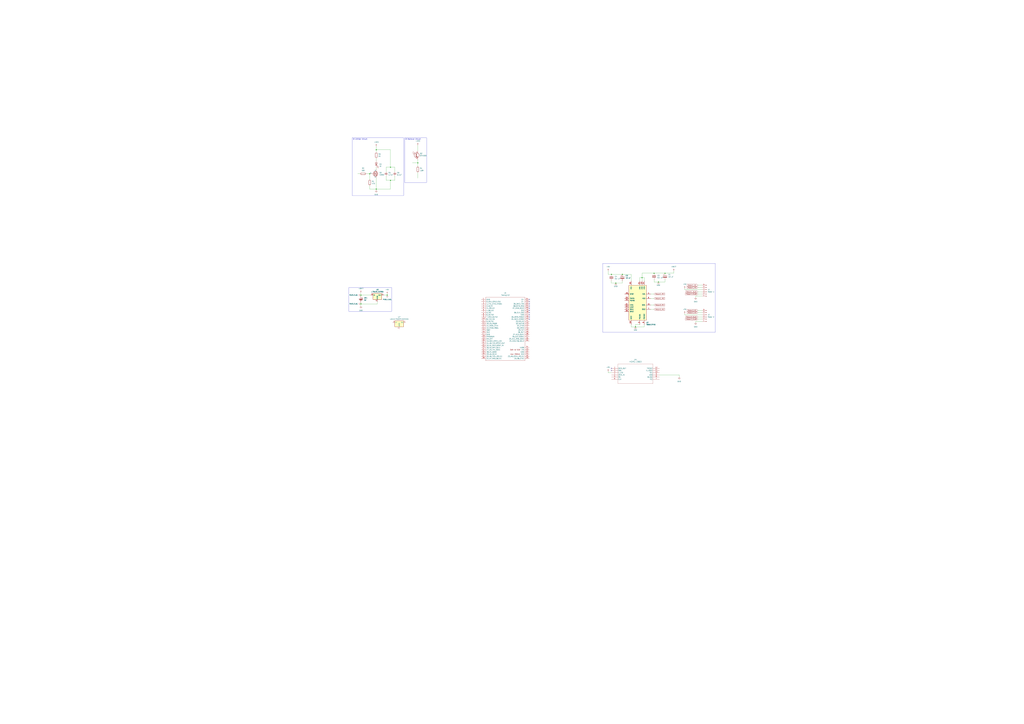
<source format=kicad_sch>
(kicad_sch (version 20250114) (generator "eeschema") (generator_version "9.0")
  (paper "A0")
  (title_block (title "Pitt Robotics and Automation Society") (company "Aragya Goyal"))
  (lib_symbols
    (symbol "Connector:Conn_01x06_Pin" (pin_names (offset 1.016) (hide yes))
      (property "Reference" "J" (at 0 7.62 0))
      (property "Value" "Conn_01x06_Pin" (at 0 -10.16 0))
      (symbol "Conn_01x06_Pin_1_1"
        (rectangle (start 0.8636 5.207) (end 0 4.953) (stroke (width 0.1524)) (fill (type outline)))
        (rectangle (start 0.8636 2.667) (end 0 2.413) (stroke (width 0.1524)) (fill (type outline)))
        (rectangle (start 0.8636 0.127) (end 0 -0.127) (stroke (width 0.1524)) (fill (type outline)))
        (rectangle (start 0.8636 -2.413) (end 0 -2.667) (stroke (width 0.1524)) (fill (type outline)))
        (rectangle (start 0.8636 -4.953) (end 0 -5.207) (stroke (width 0.1524)) (fill (type outline)))
        (rectangle (start 0.8636 -7.493) (end 0 -7.747) (stroke (width 0.1524)) (fill (type outline)))
        (polyline (pts (xy 1.27 5.08) (xy 0.8636 5.08)) (stroke (width 0.1524)))
        (polyline (pts (xy 1.27 2.54) (xy 0.8636 2.54)) (stroke (width 0.1524)))
        (polyline (pts (xy 1.27 0) (xy 0.8636 0)) (stroke (width 0.1524)))
        (polyline (pts (xy 1.27 -2.54) (xy 0.8636 -2.54)) (stroke (width 0.1524)))
        (polyline (pts (xy 1.27 -5.08) (xy 0.8636 -5.08)) (stroke (width 0.1524)))
        (polyline (pts (xy 1.27 -7.62) (xy 0.8636 -7.62)) (stroke (width 0.1524)))
        (pin passive line (at 5.08 5.08 180) (length 3.81) (name "Pin_1") (number "1"))
        (pin passive line (at 5.08 2.54 180) (length 3.81) (name "Pin_2") (number "2"))
        (pin passive line (at 5.08 0 180) (length 3.81) (name "Pin_3") (number "3"))
        (pin passive line (at 5.08 -2.54 180) (length 3.81) (name "Pin_4") (number "4"))
        (pin passive line (at 5.08 -5.08 180) (length 3.81) (name "Pin_5") (number "5"))
        (pin passive line (at 5.08 -7.62 180) (length 3.81) (name "Pin_6") (number "6"))
      )
    )
    (symbol "Device:Battery_Cell" (pin_numbers (hide yes)) (pin_names (offset 0) (hide yes))
      (property "Reference" "BT" (at 2.54 2.54 0))
      (property "Value" "Battery_Cell" (at 2.54 0 0))
      (symbol "Battery_Cell_0_1"
        (rectangle (start -2.286 1.778) (end 2.286 1.524) (fill (type outline)))
        (rectangle (start -1.524 1.016) (end 1.524 0.508) (fill (type outline)))
        (polyline (pts (xy 0 1.778) (xy 0 2.54)))
        (polyline (pts (xy 0 0.762) (xy 0 0)))
        (polyline (pts (xy 0.762 3.048) (xy 1.778 3.048)) (stroke (width 0.254)))
        (polyline (pts (xy 1.27 3.556) (xy 1.27 2.54)) (stroke (width 0.254)))
      )
      (symbol "Battery_Cell_1_1"
        (pin passive line (at 0 5.08 270) (length 2.54) (name "+") (number "1"))
        (pin passive line (at 0 -2.54 90) (length 2.54) (name "-") (number "2"))
      )
    )
    (symbol "Device:C" (pin_numbers (hide yes)) (pin_names (offset 0.254))
      (property "Reference" "C" (at 0.635 2.54 0))
      (property "Value" "C" (at 0.635 -2.54 0))
      (symbol "C_0_1"
        (polyline (pts (xy -2.032 0.762) (xy 2.032 0.762)) (stroke (width 0.508)))
        (polyline (pts (xy -2.032 -0.762) (xy 2.032 -0.762)) (stroke (width 0.508)))
      )
      (symbol "C_1_1"
        (pin passive line (at 0 3.81 270) (length 2.794) (name "~") (number "1"))
        (pin passive line (at 0 -3.81 90) (length 2.794) (name "~") (number "2"))
      )
    )
    (symbol "Device:C_Polarized" (pin_numbers (hide yes)) (pin_names (offset 0.254))
      (property "Reference" "C" (at 0.635 2.54 0))
      (property "Value" "C_Polarized" (at 0.635 -2.54 0))
      (symbol "C_Polarized_0_1"
        (rectangle (start -2.286 0.508) (end 2.286 1.016))
        (polyline (pts (xy -1.778 2.286) (xy -0.762 2.286)))
        (polyline (pts (xy -1.27 2.794) (xy -1.27 1.778)))
        (rectangle (start 2.286 -0.508) (end -2.286 -1.016) (fill (type outline)))
      )
      (symbol "C_Polarized_1_1"
        (pin passive line (at 0 3.81 270) (length 2.794) (name "~") (number "1"))
        (pin passive line (at 0 -3.81 90) (length 2.794) (name "~") (number "2"))
      )
    )
    (symbol "Device:C_Small" (pin_numbers (hide yes)) (pin_names (offset 0.254) (hide yes))
      (property "Reference" "C" (at 0.254 1.778 0))
      (property "Value" "C_Small" (at 0.254 -2.032 0))
      (symbol "C_Small_0_1"
        (polyline (pts (xy -1.524 0.508) (xy 1.524 0.508)) (stroke (width 0.3048)))
        (polyline (pts (xy -1.524 -0.508) (xy 1.524 -0.508)) (stroke (width 0.3302)))
      )
      (symbol "C_Small_1_1"
        (pin passive line (at 0 2.54 270) (length 2.032) (name "~") (number "1"))
        (pin passive line (at 0 -2.54 90) (length 2.032) (name "~") (number "2"))
      )
    )
    (symbol "Device:LED" (pin_numbers (hide yes)) (pin_names (offset 1.016) (hide yes))
      (property "Reference" "D" (at 0 2.54 0))
      (property "Value" "LED" (at 0 -2.54 0))
      (symbol "LED_0_1"
        (polyline (pts (xy -3.048 -0.762) (xy -4.572 -2.286) (xy -3.81 -2.286) (xy -4.572 -2.286) (xy -4.572 -1.524)))
        (polyline (pts (xy -1.778 -0.762) (xy -3.302 -2.286) (xy -2.54 -2.286) (xy -3.302 -2.286) (xy -3.302 -1.524)))
        (polyline (pts (xy -1.27 0) (xy 1.27 0)))
        (polyline (pts (xy -1.27 -1.27) (xy -1.27 1.27)) (stroke (width 0.254)))
        (polyline (pts (xy 1.27 -1.27) (xy 1.27 1.27) (xy -1.27 0) (xy 1.27 -1.27)) (stroke (width 0.254)))
      )
      (symbol "LED_1_1"
        (pin passive line (at -3.81 0 0) (length 2.54) (name "K") (number "1"))
        (pin passive line (at 3.81 0 180) (length 2.54) (name "A") (number "2"))
      )
    )
    (symbol "Device:R" (pin_numbers (hide yes)) (pin_names (offset 0))
      (property "Reference" "R" (at 2.032 0 90))
      (property "Value" "R" (at 0 0 90))
      (symbol "R_0_1"
        (rectangle (start -1.016 -2.54) (end 1.016 2.54) (stroke (width 0.254)))
      )
      (symbol "R_1_1"
        (pin passive line (at 0 3.81 270) (length 1.27) (name "~") (number "1"))
        (pin passive line (at 0 -3.81 90) (length 1.27) (name "~") (number "2"))
      )
    )
    (symbol "Driver_Motor:TB6612FNG" (pin_names (offset 1.016))
      (property "Reference" "U" (at 11.43 17.78 0))
      (property "Value" "TB6612FNG" (at 11.43 15.24 0))
      (symbol "TB6612FNG_0_1"
        (rectangle (start -10.16 20.32) (end 10.16 -20.32) (stroke (width 0.254)) (fill (type background)))
      )
      (symbol "TB6612FNG_1_1"
        (pin input inverted (at -15.24 10.16 0) (length 5.08) (name "STBY") (number "19"))
        (pin input line (at -15.24 5.08 0) (length 5.08) (name "PWMA") (number "23"))
        (pin input line (at -15.24 2.54 0) (length 5.08) (name "PWMB") (number "15"))
        (pin input line (at -15.24 -2.54 0) (length 5.08) (name "AIN1") (number "21"))
        (pin input line (at -15.24 -5.08 0) (length 5.08) (name "AIN2") (number "22"))
        (pin input line (at -15.24 -7.62 0) (length 5.08) (name "BIN1") (number "17"))
        (pin input line (at -15.24 -10.16 0) (length 5.08) (name "BIN2") (number "16"))
        (pin power_in line (at -7.62 25.4 270) (length 5.08) (name "VCC") (number "20"))
        (pin power_in line (at -7.62 -25.4 90) (length 5.08) (name "GND") (number "18"))
        (pin power_in line (at 2.54 25.4 270) (length 5.08) (name "VM1") (number "24"))
        (pin power_in line (at 2.54 -25.4 90) (length 5.08) (name "PGND1") (number "3"))
        (pin passive line (at 2.54 -25.4 90) (length 5.08) (hide yes) (name "PGND1") (number "4"))
        (pin power_in line (at 5.08 25.4 270) (length 5.08) (name "VM2") (number "13"))
        (pin power_in line (at 7.62 25.4 270) (length 5.08) (name "VM3") (number "14"))
        (pin passive line (at 7.62 -25.4 90) (length 5.08) (hide yes) (name "PGND2") (number "10"))
        (pin power_in line (at 7.62 -25.4 90) (length 5.08) (name "PGND2") (number "9"))
        (pin output line (at 15.24 10.16 180) (length 5.08) (name "AO1") (number "1"))
        (pin passive line (at 15.24 10.16 180) (length 5.08) (hide yes) (name "AO1") (number "2"))
        (pin output line (at 15.24 5.08 180) (length 5.08) (name "AO2") (number "5"))
        (pin passive line (at 15.24 5.08 180) (length 5.08) (hide yes) (name "AO2") (number "6"))
        (pin output line (at 15.24 -2.54 180) (length 5.08) (name "BO1") (number "11"))
        (pin passive line (at 15.24 -2.54 180) (length 5.08) (hide yes) (name "BO1") (number "12"))
        (pin output line (at 15.24 -7.62 180) (length 5.08) (name "BO2") (number "7"))
        (pin passive line (at 15.24 -7.62 180) (length 5.08) (hide yes) (name "BO2") (number "8"))
      )
    )
    (symbol "HCMS_2903:HCMS-2903" (pin_names (offset 0.254))
      (property "Reference" "U" (at 27.94 10.16 0))
      (property "Value" "HCMS-2903" (at 27.94 7.62 0))
      (symbol "HCMS-2903_0_1"
        (polyline (pts (xy 7.62 5.08) (xy 7.62 -17.78)) (stroke (width 0.127)))
        (polyline (pts (xy 7.62 -17.78) (xy 48.26 -17.78)) (stroke (width 0.127)))
        (polyline (pts (xy 48.26 5.08) (xy 7.62 5.08)) (stroke (width 0.127)))
        (polyline (pts (xy 48.26 -17.78) (xy 48.26 5.08)) (stroke (width 0.127)))
        (pin output line (at 0 0 0) (length 7.62) (name "DATA_OUT") (number "1"))
        (pin output line (at 0 -2.54 0) (length 7.62) (name "OSC") (number "2"))
        (pin power_in line (at 0 -5.08 0) (length 7.62) (name "V_LED") (number "3"))
        (pin input line (at 0 -7.62 0) (length 7.62) (name "DATA_IN") (number "4"))
        (pin unspecified line (at 0 -10.16 0) (length 7.62) (name "RS") (number "5"))
        (pin input line (at 0 -12.7 0) (length 7.62) (name "CLK") (number "6"))
        (pin unspecified line (at 55.88 0 180) (length 7.62) (name "*RESET") (number "12"))
        (pin power_in line (at 55.88 -2.54 180) (length 7.62) (name "V_LOGIC") (number "11"))
        (pin unspecified line (at 55.88 -5.08 180) (length 7.62) (name "SEL") (number "10"))
        (pin power_out line (at 55.88 -7.62 180) (length 7.62) (name "GND") (number "9"))
        (pin unspecified line (at 55.88 -10.16 180) (length 7.62) (name "BLANK") (number "8"))
        (pin input line (at 55.88 -12.7 180) (length 7.62) (name "*CE") (number "7"))
      )
    )
    (symbol "Regulator_Linear:L78L05_SOT89" (pin_names (offset 0.254))
      (property "Reference" "U" (at -3.81 3.175 0))
      (property "Value" "L78L05_SOT89" (at -0.635 3.175 0))
      (symbol "L78L05_SOT89_0_1"
        (rectangle (start -5.08 1.905) (end 5.08 -5.08) (stroke (width 0.254)) (fill (type background)))
      )
      (symbol "L78L05_SOT89_1_1"
        (pin power_in line (at -7.62 0 0) (length 2.54) (name "IN") (number "3"))
        (pin power_in line (at 0 -7.62 90) (length 2.54) (name "GND") (number "2"))
        (pin power_out line (at 7.62 0 180) (length 2.54) (name "OUT") (number "1"))
      )
    )
    (symbol "Regulator_Linear:LD1117S33TR_SOT223"
      (property "Reference" "U" (at -3.81 3.175 0))
      (property "Value" "LD1117S33TR_SOT223" (at 0 3.175 0))
      (symbol "LD1117S33TR_SOT223_0_1"
        (rectangle (start -5.08 -5.08) (end 5.08 1.905) (stroke (width 0.254)) (fill (type background)))
      )
      (symbol "LD1117S33TR_SOT223_1_1"
        (pin power_in line (at -7.62 0 0) (length 2.54) (name "VI") (number "3"))
        (pin power_in line (at 0 -7.62 90) (length 2.54) (name "GND") (number "1"))
        (pin power_out line (at 7.62 0 180) (length 2.54) (name "VO") (number "2"))
      )
    )
    (symbol "Sensor_Optical:SFH300" (pin_names (offset 0) (hide yes))
      (property "Reference" "Q" (at 5.08 1.27 0))
      (property "Value" "SFH300" (at 5.08 -1.27 0))
      (symbol "SFH300_0_1"
        (polyline (pts (xy -3.81 3.175) (xy -1.905 1.27) (xy -1.905 1.905)))
        (polyline (pts (xy -3.175 4.445) (xy -1.27 2.54) (xy -1.27 3.175)))
        (polyline (pts (xy -1.905 1.27) (xy -2.54 1.27)))
        (polyline (pts (xy -1.27 2.54) (xy -1.905 2.54)))
        (polyline (pts (xy 0.635 1.905) (xy 0.635 -1.905) (xy 0.635 -1.905)) (stroke (width 0.508)))
        (polyline (pts (xy 0.635 0.635) (xy 2.54 2.54)))
        (polyline (pts (xy 0.635 -0.635) (xy 2.54 -2.54) (xy 2.54 -2.54)))
        (circle (center 1.27 0) (radius 2.8194) (stroke (width 0.254)))
        (polyline (pts (xy 1.27 -1.778) (xy 1.778 -1.27) (xy 2.286 -2.286) (xy 1.27 -1.778) (xy 1.27 -1.778)) (fill (type outline)))
      )
      (symbol "SFH300_1_1"
        (pin passive line (at 2.54 5.08 270) (length 2.54) (name "C") (number "1"))
        (pin passive line (at 2.54 -5.08 90) (length 2.54) (name "E") (number "2"))
      )
    )
    (symbol "Simulation_SPICE:NMOS" (pin_numbers (hide yes)) (pin_names (offset 0))
      (property "Reference" "Q" (at 5.08 1.27 0))
      (property "Value" "NMOS" (at 5.08 -1.27 0))
      (symbol "NMOS_0_1"
        (polyline (pts (xy 0.254 1.905) (xy 0.254 -1.905)) (stroke (width 0.254)))
        (polyline (pts (xy 0.254 0) (xy -2.54 0)))
        (polyline (pts (xy 0.762 2.286) (xy 0.762 1.27)) (stroke (width 0.254)))
        (polyline (pts (xy 0.762 0.508) (xy 0.762 -0.508)) (stroke (width 0.254)))
        (polyline (pts (xy 0.762 -1.27) (xy 0.762 -2.286)) (stroke (width 0.254)))
        (polyline (pts (xy 0.762 -1.778) (xy 3.302 -1.778) (xy 3.302 1.778) (xy 0.762 1.778)))
        (polyline (pts (xy 1.016 0) (xy 2.032 0.381) (xy 2.032 -0.381) (xy 1.016 0)) (fill (type outline)))
        (circle (center 1.651 0) (radius 2.794) (stroke (width 0.254)))
        (polyline (pts (xy 2.54 2.54) (xy 2.54 1.778)))
        (circle (center 2.54 1.778) (radius 0.254) (fill (type outline)))
        (circle (center 2.54 -1.778) (radius 0.254) (fill (type outline)))
        (polyline (pts (xy 2.54 -2.54) (xy 2.54 0) (xy 0.762 0)))
        (polyline (pts (xy 2.794 0.508) (xy 2.921 0.381) (xy 3.683 0.381) (xy 3.81 0.254)))
        (polyline (pts (xy 3.302 0.381) (xy 2.921 -0.254) (xy 3.683 -0.254) (xy 3.302 0.381)))
      )
      (symbol "NMOS_1_1"
        (pin input line (at -5.08 0 0) (length 2.54) (name "G") (number "2"))
        (pin passive line (at 2.54 5.08 270) (length 2.54) (name "D") (number "1"))
        (pin passive line (at 2.54 -5.08 90) (length 2.54) (name "S") (number "3"))
      )
    )
    (symbol "Teensy:Teensy4.0" (pin_names (offset 1.016))
      (property "Reference" "U" (at 0 39.37 0))
      (property "Value" "Teensy4.0" (at 0 -39.37 0))
      (symbol "Teensy4.0_0_0"
        (text "3.6V to 5.5V" (at 11.43 -24.13 0) (effects (font (size 1.27 1.27))))
        (text "max 250mA" (at 11.43 -29.21 0) (effects (font (size 1.27 1.27))))
        (pin bidirectional line (at -27.94 24.13 0) (length 5.08) (name "3_LRCLK2") (number "5"))
        (pin bidirectional line (at -27.94 21.59 0) (length 5.08) (name "4_BCLK2") (number "6"))
        (pin bidirectional line (at -27.94 19.05 0) (length 5.08) (name "5_IN2") (number "7"))
        (pin bidirectional line (at -27.94 16.51 0) (length 5.08) (name "6_OUT1D") (number "8"))
        (pin bidirectional line (at -27.94 13.97 0) (length 5.08) (name "7_RX2_OUT1A") (number "9"))
        (pin bidirectional line (at -27.94 11.43 0) (length 5.08) (name "8_TX2_IN1") (number "10"))
        (pin bidirectional line (at -27.94 8.89 0) (length 5.08) (name "9_OUT1C") (number "11"))
        (pin bidirectional line (at -27.94 6.35 0) (length 5.08) (name "10_CS_MQSR") (number "12"))
        (pin bidirectional line (at -27.94 3.81 0) (length 5.08) (name "11_MOSI_CTX1") (number "13"))
        (pin bidirectional line (at -27.94 1.27 0) (length 5.08) (name "12_MISO_MQSL") (number "14"))
        (pin power_in line (at -27.94 -1.27 0) (length 5.08) (name "VBAT") (number "15"))
        (pin power_in line (at -27.94 -3.81 0) (length 5.08) (name "3V3") (number "16"))
        (pin power_in line (at -27.94 -6.35 0) (length 5.08) (name "GND") (number "17"))
        (pin input line (at -27.94 -8.89 0) (length 5.08) (name "PROGRAM") (number "18"))
        (pin input line (at -27.94 -11.43 0) (length 5.08) (name "ON_OFF") (number "19"))
        (pin bidirectional line (at -27.94 -13.97 0) (length 5.08) (name "13_SCK_CRX1_LED") (number "20"))
        (pin bidirectional line (at -27.94 -16.51 0) (length 5.08) (name "14_A0_TX3_SPDIF_OUT") (number "21"))
        (pin bidirectional line (at -27.94 -19.05 0) (length 5.08) (name "15_A1_RX3_SPDIF_IN") (number "22"))
        (pin bidirectional line (at -27.94 -21.59 0) (length 5.08) (name "16_A2_RX4_SCL1") (number "23"))
        (pin bidirectional line (at -27.94 -24.13 0) (length 5.08) (name "17_A3_TX4_SDA1") (number "24"))
        (pin bidirectional line (at -27.94 -26.67 0) (length 5.08) (name "18_A4_SDA0") (number "25"))
        (pin bidirectional line (at -27.94 -29.21 0) (length 5.08) (name "19_A5_SCL0") (number "26"))
        (pin bidirectional line (at -27.94 -31.75 0) (length 5.08) (name "20_A6_TX5_LRCLK1") (number "27"))
        (pin bidirectional line (at -27.94 -34.29 0) (length 5.08) (name "21_A7_RX5_BCLK1") (number "28"))
        (pin bidirectional line (at 27.94 34.29 180) (length 5.08) (name "D+") (number "54"))
        (pin bidirectional line (at 27.94 31.75 180) (length 5.08) (name "D-") (number "53"))
        (pin bidirectional line (at 27.94 29.21 180) (length 5.08) (name "39_DAT2_TX5") (number "52"))
        (pin bidirectional line (at 27.94 26.67 180) (length 5.08) (name "38_DAT3_RX5") (number "51"))
        (pin bidirectional line (at 27.94 24.13 180) (length 5.08) (name "37_CMD_SCK2") (number "50"))
        (pin power_out line (at 27.94 21.59 180) (length 5.08) (name "3V3") (number "49"))
        (pin bidirectional line (at 27.94 19.05 180) (length 5.08) (name "36_CLK_CS2") (number "48"))
        (pin power_out line (at 27.94 16.51 180) (length 5.08) (name "GND") (number "47"))
        (pin bidirectional line (at 27.94 13.97 180) (length 5.08) (name "35_DAT0_MOSI2") (number "46"))
        (pin bidirectional line (at 27.94 11.43 180) (length 5.08) (name "34_DAT1_MISO2") (number "45"))
        (pin bidirectional line (at 27.94 8.89 180) (length 5.08) (name "33_MCLK2") (number "44"))
        (pin bidirectional line (at 27.94 6.35 180) (length 5.08) (name "32_OUT1B") (number "43"))
        (pin bidirectional line (at 27.94 3.81 180) (length 5.08) (name "31_CTX3") (number "42"))
        (pin bidirectional line (at 27.94 1.27 180) (length 5.08) (name "30_CRX3") (number "41"))
        (pin bidirectional line (at 27.94 -1.27 180) (length 5.08) (name "29_TX7") (number "40"))
        (pin bidirectional line (at 27.94 -3.81 180) (length 5.08) (name "28_RX7") (number "39"))
        (pin bidirectional line (at 27.94 -6.35 180) (length 5.08) (name "27_A13_SCK1") (number "38"))
        (pin bidirectional line (at 27.94 -8.89 180) (length 5.08) (name "26_A12_MOSI1") (number "37"))
        (pin bidirectional line (at 27.94 -11.43 180) (length 5.08) (name "25_A11_RX6_SDA2") (number "36"))
        (pin bidirectional line (at 27.94 -13.97 180) (length 5.08) (name "24_A10_TX6_SCL2") (number "35"))
        (pin power_out line (at 27.94 -21.59 180) (length 5.08) (name "VUSB") (number "34"))
        (pin power_in line (at 27.94 -24.13 180) (length 5.08) (name "VIN") (number "33"))
        (pin power_in line (at 27.94 -26.67 180) (length 5.08) (name "GND") (number "32"))
        (pin power_out line (at 27.94 -29.21 180) (length 5.08) (name "3V3") (number "31"))
        (pin bidirectional line (at 27.94 -31.75 180) (length 5.08) (name "23_A9_CRX1_MCLK1") (number "30"))
        (pin bidirectional line (at 27.94 -34.29 180) (length 5.08) (name "22_A8_CTX1") (number "29"))
      )
      (symbol "Teensy4.0_0_1"
        (rectangle (start -22.86 36.83) (end 22.86 -36.83))
        (rectangle (start -20.32 -31.75) (end -20.32 -31.75))
      )
      (symbol "Teensy4.0_1_1"
        (pin power_in line (at -27.94 34.29 0) (length 5.08) (name "GND") (number "1"))
        (pin bidirectional line (at -27.94 31.75 0) (length 5.08) (name "0_RX1_CRX2_CS1") (number "2"))
        (pin bidirectional line (at -27.94 29.21 0) (length 5.08) (name "1_TX1_CTX2_MISO1") (number "3"))
        (pin bidirectional line (at -27.94 26.67 0) (length 5.08) (name "2_OUT2") (number "4"))
      )
    )
    (symbol "power:+3V3" (power) (pin_numbers (hide yes)) (pin_names (offset 0) (hide yes))
      (property "Value" "+3V3" (at 0 3.556 0))
      (symbol "+3V3_0_1"
        (polyline (pts (xy -0.762 1.27) (xy 0 2.54)))
        (polyline (pts (xy 0 2.54) (xy 0.762 1.27)))
        (polyline (pts (xy 0 0) (xy 0 2.54)))
      )
      (symbol "+3V3_1_1"
        (pin power_in line (at 0 0 90) (length 0) (name "~") (number "1"))
      )
    )
    (symbol "power:+5V" (power) (pin_numbers (hide yes)) (pin_names (offset 0) (hide yes))
      (property "Value" "+5V" (at 0 3.556 0))
      (symbol "+5V_0_1"
        (polyline (pts (xy -0.762 1.27) (xy 0 2.54)))
        (polyline (pts (xy 0 2.54) (xy 0.762 1.27)))
        (polyline (pts (xy 0 0) (xy 0 2.54)))
      )
      (symbol "+5V_1_1"
        (pin power_in line (at 0 0 90) (length 0) (name "~") (number "1"))
      )
    )
    (symbol "power:+BATT" (power) (pin_numbers (hide yes)) (pin_names (offset 0) (hide yes))
      (property "Value" "+BATT" (at 0 3.556 0))
      (symbol "+BATT_0_1"
        (polyline (pts (xy -0.762 1.27) (xy 0 2.54)))
        (polyline (pts (xy 0 2.54) (xy 0.762 1.27)))
        (polyline (pts (xy 0 0) (xy 0 2.54)))
      )
      (symbol "+BATT_1_1"
        (pin power_in line (at 0 0 90) (length 0) (name "~") (number "1"))
      )
    )
    (symbol "power:GND" (power) (pin_numbers (hide yes)) (pin_names (offset 0) (hide yes))
      (property "Value" "GND" (at 0 -3.81 0))
      (symbol "GND_0_1"
        (polyline (pts (xy 0 0) (xy 0 -1.27) (xy 1.27 -1.27) (xy 0 -2.54) (xy -1.27 -1.27) (xy 0 -1.27)))
      )
      (symbol "GND_1_1"
        (pin power_in line (at 0 0 270) (length 0) (name "~") (number "1"))
      )
    )
    (symbol "power:PWR_FLAG" (power) (pin_numbers (hide yes)) (pin_names (offset 0) (hide yes))
      (property "Value" "PWR_FLAG" (at 0 3.81 0))
      (symbol "PWR_FLAG_0_0"
        (pin power_out line (at 0 0 90) (length 0) (name "~") (number "1"))
      )
      (symbol "PWR_FLAG_0_1"
        (polyline (pts (xy 0 0) (xy 0 1.27) (xy -1.016 1.905) (xy 0 2.54) (xy 1.016 1.905) (xy 0 1.27)))
      )
    )
  )
  (rectangle (start 408.94 160.02) (end 468.63 227.33))
  (rectangle (start 699.77 306.07) (end 830.58 386.08))
  (rectangle (start 405.13 334.01) (end 454.66 361.95))
  (rectangle (start 469.9 160.02) (end 495.3 212.09))
  (text "IR Emitter Circuit" (at 418.084 161.798 0) (effects (font (size 1.27 1.27))))
  (text "IR Reciever Circuit" (at 479.552 161.798 0) (effects (font (size 1.27 1.27))))
  (junction (at 485.14 189.23))
  (junction (at 709.93 318.77))
  (junction (at 759.46 317.5))
  (junction (at 722.63 318.77))
  (junction (at 453.39 209.55))
  (junction (at 715.01 328.93))
  (junction (at 436.88 173.99))
  (junction (at 745.49 322.58))
  (junction (at 419.1 342.9))
  (junction (at 737.87 379.73))
  (junction (at 764.54 327.66))
  (junction (at 453.39 194.31))
  (junction (at 449.58 342.9))
  (junction (at 436.88 219.71))
  (junction (at 772.16 317.5))
  (junction (at 429.26 201.93))
  (junction (at 419.1 353.06))
  (no_connect (at 614.68 355.6))
  (no_connect (at 709.93 427.99))
  (no_connect (at 614.68 358.14))
  (no_connect (at 614.68 353.06))
  (no_connect (at 614.68 370.84))
  (no_connect (at 614.68 363.22))
  (no_connect (at 614.68 360.68))
  (no_connect (at 709.93 430.53))
  (no_connect (at 614.68 350.52))
  (no_connect (at 614.68 347.98))
  (no_connect (at 614.68 365.76))
  (no_connect (at 614.68 368.3))
  (wire (pts (xy 722.63 318.77) (xy 732.79 318.77)))
  (wire (pts (xy 438.15 350.52) (xy 438.15 353.06)))
  (wire (pts (xy 755.65 341.63) (xy 759.46 341.63)))
  (wire (pts (xy 810.26 334.01) (xy 815.34 334.01)))
  (wire (pts (xy 810.26 363.22) (xy 815.34 363.22)))
  (wire (pts (xy 436.88 184.15) (xy 436.88 186.69)))
  (wire (pts (xy 782.32 314.96) (xy 782.32 317.5)))
  (wire (pts (xy 419.1 353.06) (xy 419.1 355.6)))
  (wire (pts (xy 795.02 336.55) (xy 795.02 335.28)))
  (wire (pts (xy 453.39 219.71) (xy 436.88 219.71)))
  (wire (pts (xy 436.88 207.01) (xy 436.88 219.71)))
  (wire (pts (xy 810.26 341.63) (xy 815.34 341.63)))
  (wire (pts (xy 709.93 328.93) (xy 715.01 328.93)))
  (wire (pts (xy 742.95 377.19) (xy 737.87 377.19)))
  (wire (pts (xy 415.29 201.93) (xy 417.83 201.93)))
  (wire (pts (xy 453.39 194.31) (xy 453.39 173.99)))
  (wire (pts (xy 795.02 365.76) (xy 815.34 365.76)))
  (wire (pts (xy 436.88 219.71) (xy 436.88 220.98)))
  (wire (pts (xy 458.47 204.47) (xy 458.47 209.55)))
  (wire (pts (xy 765.81 435.61) (xy 788.67 435.61)))
  (wire (pts (xy 419.1 351.79) (xy 419.1 353.06)))
  (wire (pts (xy 429.26 201.93) (xy 429.26 208.28)))
  (wire (pts (xy 445.77 342.9) (xy 449.58 342.9)))
  (wire (pts (xy 755.65 346.71) (xy 759.46 346.71)))
  (wire (pts (xy 706.12 318.77) (xy 709.93 318.77)))
  (wire (pts (xy 419.1 342.9) (xy 430.53 342.9)))
  (wire (pts (xy 453.39 194.31) (xy 458.47 194.31)))
  (wire (pts (xy 448.31 209.55) (xy 453.39 209.55)))
  (wire (pts (xy 448.31 199.39) (xy 448.31 194.31)))
  (wire (pts (xy 709.93 326.39) (xy 709.93 328.93)))
  (wire (pts (xy 732.79 326.39) (xy 732.79 318.77)))
  (wire (pts (xy 706.12 433.07) (xy 706.12 431.8)))
  (wire (pts (xy 795.02 336.55) (xy 815.34 336.55)))
  (wire (pts (xy 748.03 379.73) (xy 737.87 379.73)))
  (wire (pts (xy 436.88 170.18) (xy 436.88 173.99)))
  (wire (pts (xy 810.26 339.09) (xy 815.34 339.09)))
  (wire (pts (xy 453.39 209.55) (xy 453.39 219.71)))
  (wire (pts (xy 429.26 215.9) (xy 429.26 219.71)))
  (wire (pts (xy 485.14 168.91) (xy 485.14 175.26)))
  (wire (pts (xy 745.49 322.58) (xy 745.49 326.39)))
  (wire (pts (xy 448.31 204.47) (xy 448.31 209.55)))
  (wire (pts (xy 485.14 185.42) (xy 485.14 189.23)))
  (wire (pts (xy 748.03 377.19) (xy 748.03 379.73)))
  (wire (pts (xy 732.79 379.73) (xy 737.87 379.73)))
  (wire (pts (xy 742.95 322.58) (xy 745.49 322.58)))
  (wire (pts (xy 436.88 173.99) (xy 436.88 176.53)))
  (wire (pts (xy 429.26 219.71) (xy 436.88 219.71)))
  (wire (pts (xy 453.39 173.99) (xy 436.88 173.99)))
  (wire (pts (xy 810.26 360.68) (xy 815.34 360.68)))
  (wire (pts (xy 742.95 326.39) (xy 742.95 322.58)))
  (wire (pts (xy 772.16 325.12) (xy 772.16 327.66)))
  (wire (pts (xy 755.65 359.41) (xy 759.46 359.41)))
  (wire (pts (xy 755.65 354.33) (xy 759.46 354.33)))
  (wire (pts (xy 425.45 201.93) (xy 429.26 201.93)))
  (wire (pts (xy 807.72 373.38) (xy 807.72 374.65)))
  (wire (pts (xy 438.15 353.06) (xy 419.1 353.06)))
  (wire (pts (xy 715.01 328.93) (xy 722.63 328.93)))
  (wire (pts (xy 748.03 322.58) (xy 748.03 326.39)))
  (wire (pts (xy 485.14 200.66) (xy 485.14 207.01)))
  (wire (pts (xy 788.67 435.61) (xy 788.67 438.15)))
  (wire (pts (xy 419.1 342.9) (xy 419.1 344.17)))
  (wire (pts (xy 795.02 365.76) (xy 795.02 364.49)))
  (wire (pts (xy 478.79 189.23) (xy 485.14 189.23)))
  (wire (pts (xy 782.32 317.5) (xy 772.16 317.5)))
  (wire (pts (xy 745.49 322.58) (xy 748.03 322.58)))
  (wire (pts (xy 419.1 340.36) (xy 419.1 342.9)))
  (wire (pts (xy 485.14 189.23) (xy 485.14 193.04)))
  (wire (pts (xy 745.49 317.5) (xy 759.46 317.5)))
  (wire (pts (xy 807.72 344.17) (xy 815.34 344.17)))
  (wire (pts (xy 449.58 342.9) (xy 449.58 341.63)))
  (wire (pts (xy 737.87 377.19) (xy 737.87 379.73)))
  (wire (pts (xy 709.93 433.07) (xy 706.12 433.07)))
  (wire (pts (xy 810.26 368.3) (xy 815.34 368.3)))
  (wire (pts (xy 807.72 344.17) (xy 807.72 345.44)))
  (wire (pts (xy 745.49 322.58) (xy 745.49 317.5)))
  (wire (pts (xy 759.46 325.12) (xy 759.46 327.66)))
  (wire (pts (xy 458.47 194.31) (xy 458.47 199.39)))
  (wire (pts (xy 722.63 326.39) (xy 722.63 328.93)))
  (wire (pts (xy 706.12 314.96) (xy 706.12 318.77)))
  (wire (pts (xy 453.39 209.55) (xy 458.47 209.55)))
  (wire (pts (xy 448.31 194.31) (xy 453.39 194.31)))
  (wire (pts (xy 759.46 327.66) (xy 764.54 327.66)))
  (wire (pts (xy 759.46 317.5) (xy 772.16 317.5)))
  (wire (pts (xy 810.26 331.47) (xy 815.34 331.47)))
  (wire (pts (xy 732.79 377.19) (xy 732.79 379.73)))
  (wire (pts (xy 436.88 194.31) (xy 436.88 196.85)))
  (wire (pts (xy 810.26 370.84) (xy 815.34 370.84)))
  (wire (pts (xy 807.72 373.38) (xy 815.34 373.38)))
  (wire (pts (xy 764.54 327.66) (xy 772.16 327.66)))
  (wire (pts (xy 709.93 318.77) (xy 722.63 318.77)))
  (global_label "Motor1_OutB" (shape input) (at 810.26 341.63 180) (property "Intersheetrefs" "${INTERSHEET_REFS}" (effects (hide yes))))
  (global_label "Motor2_OutB" (shape input) (at 810.26 370.84 180) (property "Intersheetrefs" "${INTERSHEET_REFS}" (effects (hide yes))))
  (global_label "Motor1_M2" (shape input) (at 759.46 346.71 0) (property "Intersheetrefs" "${INTERSHEET_REFS}" (effects (hide yes))))
  (global_label "Motor1_M1" (shape input) (at 810.26 331.47 180) (property "Intersheetrefs" "${INTERSHEET_REFS}" (effects (hide yes))))
  (global_label "Motor2_OutA" (shape input) (at 810.26 368.3 180) (property "Intersheetrefs" "${INTERSHEET_REFS}" (effects (hide yes))))
  (global_label "Motor2_M2" (shape input) (at 810.26 363.22 180) (property "Intersheetrefs" "${INTERSHEET_REFS}" (effects (hide yes))))
  (global_label "Motor2_M1" (shape input) (at 759.46 354.33 0) (property "Intersheetrefs" "${INTERSHEET_REFS}" (effects (hide yes))))
  (global_label "Motor1_OutA" (shape input) (at 810.26 339.09 180) (property "Intersheetrefs" "${INTERSHEET_REFS}" (effects (hide yes))))
  (global_label "Motor1_M2" (shape input) (at 810.26 334.01 180) (property "Intersheetrefs" "${INTERSHEET_REFS}" (effects (hide yes))))
  (global_label "Motor1_M1" (shape input) (at 759.46 341.63 0) (property "Intersheetrefs" "${INTERSHEET_REFS}" (effects (hide yes))))
  (global_label "Motor2_M1" (shape input) (at 810.26 360.68 180) (property "Intersheetrefs" "${INTERSHEET_REFS}" (effects (hide yes))))
  (global_label "Motor2_M2" (shape input) (at 759.46 359.41 0) (property "Intersheetrefs" "${INTERSHEET_REFS}" (effects (hide yes))))
  (symbol (lib_id "Device:C_Small") (at 448.31 201.93 0) (unit 1)
    (property "Reference" "C5" (at 450.85 200.6662 0) (effects (justify left)))
    (property "Value" "4.7uF" (at 450.85 203.2062 0) (effects (justify left)))
    (property "Description" "Unpolarized capacitor, small symbol" (effects (hide yes)))
  )
  (symbol (lib_id "power:+5V") (at 706.12 431.8 0) (unit 1)
    (property "Reference" "#PWR017" (effects (hide yes)))
    (property "Value" "+5V" (at 706.12 426.72 0))
    (property "Description" "Power symbol creates a global label with name \"+5V\"" (effects (hide yes)))
  )
  (symbol (lib_id "power:+5V") (at 706.12 314.96 0) (unit 1)
    (property "Reference" "#PWR08" (effects (hide yes)))
    (property "Value" "+5V" (at 706.12 309.88 0))
    (property "Description" "Power symbol creates a global label with name \"+5V\"" (effects (hide yes)))
  )
  (symbol (lib_id "Sensor_Optical:SFH300") (at 482.6 180.34 0) (unit 1)
    (property "Reference" "Q2" (at 487.68 178.3206 0) (effects (justify left)))
    (property "Value" "SFH300" (at 487.68 180.8606 0) (effects (justify left)))
    (property "Footprint" "LED_THT:LED_D5.0mm_Clear" (effects (hide yes)))
    (property "Datasheet" "http://www.osram-os.com/Graphics/XPic2/00101785_0.pdf" (effects (hide yes)))
    (property "Description" "silicon NPN phototransistor" (effects (hide yes)))
  )
  (symbol (lib_id "power:+BATT") (at 419.1 340.36 0) (unit 1)
    (property "Reference" "#PWR04" (effects (hide yes)))
    (property "Value" "+BATT" (at 419.1 335.28 0))
    (property "Description" "Power symbol creates a global label with name \"+BATT\"" (effects (hide yes)))
  )
  (symbol (lib_id "Regulator_Linear:LD1117S33TR_SOT223") (at 463.55 374.65 0) (unit 1)
    (property "Reference" "U7" (at 463.55 368.3 0))
    (property "Value" "LD1117S33TR_SOT223" (at 463.55 370.84 0))
    (property "Footprint" "Package_TO_SOT_SMD:SOT-223-3_TabPin2" (effects (hide yes)))
    (property "Datasheet" "http://www.st.com/st-web-ui/static/active/en/resource/technical/document/datasheet/CD00000544.pdf" (effects (hide yes)))
    (property "Description" "800mA Fixed Low Drop Positive Voltage Regulator, Fixed Output 3.3V, SOT-223" (effects (hide yes)))
  )
  (symbol (lib_id "power:GND") (at 807.72 374.65 0) (unit 1)
    (property "Reference" "#PWR012" (effects (hide yes)))
    (property "Value" "GND" (at 807.72 379.73 0))
    (property "Description" "Power symbol creates a global label with name \"GND\" , ground" (effects (hide yes)))
  )
  (symbol (lib_id "Teensy:Teensy4.0") (at 586.74 382.27 0) (unit 1)
    (property "Reference" "U1" (at 586.74 340.36 0))
    (property "Value" "Teensy4.0" (at 586.74 342.9 0))
    (property "Footprint" "Teensy:Teensy40_SMT" (effects (hide yes)))
  )
  (symbol (lib_id "power:GND") (at 715.01 328.93 0) (unit 1)
    (property "Reference" "#PWR01" (effects (hide yes)))
    (property "Value" "GND" (at 715.01 332.74 0))
    (property "Description" "Power symbol creates a global label with name \"GND\" , ground" (effects (hide yes)))
  )
  (symbol (lib_id "Device:C_Polarized") (at 722.63 322.58 0) (unit 1)
    (property "Reference" "C3" (at 726.44 320.4209 0) (effects (justify left)))
    (property "Value" "10 uF" (at 726.44 322.9609 0) (effects (justify left)))
    (property "Description" "Polarized capacitor" (effects (hide yes)))
  )
  (symbol (lib_id "power:+5V") (at 795.02 335.28 0) (unit 1)
    (property "Reference" "#PWR09" (effects (hide yes)))
    (property "Value" "+5V" (at 795.02 330.2 0))
    (property "Description" "Power symbol creates a global label with name \"+5V\"" (effects (hide yes)))
  )
  (symbol (lib_id "Connector:Conn_01x06_Pin") (at 820.42 368.3 180) (unit 1)
    (property "Reference" "J2" (at 821.69 365.7599 0) (effects (justify right)))
    (property "Value" "Motor 2" (at 821.69 368.2999 0) (effects (justify right)))
    (property "Description" "Generic connector, single row, 01x06, script generated" (effects (hide yes)))
  )
  (symbol (lib_id "Device:C") (at 759.46 321.31 0) (unit 1)
    (property "Reference" "C2" (at 763.27 320.0399 0) (effects (justify left)))
    (property "Value" "0.1 uF" (at 763.27 322.5799 0) (effects (justify left)))
    (property "Description" "Unpolarized capacitor" (effects (hide yes)))
  )
  (symbol (lib_id "power:GND") (at 436.88 220.98 0) (unit 1)
    (property "Reference" "#PWR013" (effects (hide yes)))
    (property "Value" "GND" (at 436.88 226.06 0))
    (property "Description" "Power symbol creates a global label with name \"GND\" , ground" (effects (hide yes)))
  )
  (symbol (lib_id "Device:R") (at 485.14 196.85 0) (unit 1)
    (property "Reference" "R4" (at 487.68 195.5799 0) (effects (justify left)))
    (property "Value" "1.8K" (at 487.68 198.1199 0) (effects (justify left)))
    (property "Description" "Resistor" (effects (hide yes)))
  )
  (symbol (lib_id "HCMS_2903:HCMS-2903") (at 709.93 427.99 0) (unit 1)
    (property "Reference" "U4" (at 737.87 417.83 0) (effects (font (size 1.524 1.524))))
    (property "Value" "HCMS-2903" (at 737.87 420.37 0) (effects (font (size 1.524 1.524))))
    (property "Footprint" "DIP12_HCMS-290X-A_BRA" (effects (hide yes)))
    (property "Datasheet" "HCMS-2903" (effects (hide yes)))
  )
  (symbol (lib_id "Device:C_Small") (at 458.47 201.93 0) (unit 1)
    (property "Reference" "C6" (at 461.01 200.6662 0) (effects (justify left)))
    (property "Value" "0.1uF" (at 461.01 203.2062 0) (effects (justify left)))
    (property "Description" "Unpolarized capacitor, small symbol" (effects (hide yes)))
  )
  (symbol (lib_id "power:PWR_FLAG") (at 419.1 353.06 90) (unit 1)
    (property "Reference" "#FLG02" (effects (hide yes)))
    (property "Value" "PWR_FLAG" (at 415.29 353.0599 90) (effects (justify left)))
    (property "Description" "Special symbol for telling ERC where power comes from" (effects (hide yes)))
  )
  (symbol (lib_id "power:+3V3") (at 485.14 168.91 0) (unit 1)
    (property "Reference" "#PWR015" (effects (hide yes)))
    (property "Value" "+3V3" (at 485.14 163.83 0))
    (property "Description" "Power symbol creates a global label with name \"+3V3\"" (effects (hide yes)))
  )
  (symbol (lib_id "power:PWR_FLAG") (at 419.1 342.9 90) (unit 1)
    (property "Reference" "#FLG03" (effects (hide yes)))
    (property "Value" "PWR_FLAG" (at 415.29 342.8999 90) (effects (justify left)))
    (property "Description" "Special symbol for telling ERC where power comes from" (effects (hide yes)))
  )
  (symbol (lib_id "power:+5V") (at 449.58 341.63 0) (unit 1)
    (property "Reference" "#PWR06" (effects (hide yes)))
    (property "Value" "+5V" (at 449.58 336.55 0))
    (property "Description" "Power symbol creates a global label with name \"+5V\"" (effects (hide yes)))
  )
  (symbol (lib_id "power:GND") (at 764.54 327.66 0) (unit 1)
    (property "Reference" "#PWR02" (effects (hide yes)))
    (property "Value" "GND" (at 764.54 331.47 0))
    (property "Description" "Power symbol creates a global label with name \"GND\" , ground" (effects (hide yes)))
  )
  (symbol (lib_id "Device:C_Polarized") (at 772.16 321.31 0) (unit 1)
    (property "Reference" "C1" (at 775.97 319.1509 0) (effects (justify left)))
    (property "Value" "10 uF" (at 775.97 321.6909 0) (effects (justify left)))
    (property "Description" "Polarized capacitor" (effects (hide yes)))
  )
  (symbol (lib_id "power:GND") (at 419.1 355.6 0) (unit 1)
    (property "Reference" "#PWR05" (effects (hide yes)))
    (property "Value" "GND" (at 419.1 360.68 0))
    (property "Description" "Power symbol creates a global label with name \"GND\" , ground" (effects (hide yes)))
  )
  (symbol (lib_id "Device:R") (at 421.64 201.93 90) (unit 1)
    (property "Reference" "R2" (at 421.64 195.58 90))
    (property "Value" "100" (at 421.64 198.12 90))
    (property "Description" "Resistor" (effects (hide yes)))
  )
  (symbol (lib_id "power:PWR_FLAG") (at 449.58 342.9 180) (unit 1)
    (property "Reference" "#FLG01" (effects (hide yes)))
    (property "Value" "PWR_FLAG" (at 449.58 347.98 0))
    (property "Description" "Special symbol for telling ERC where power comes from" (effects (hide yes)))
  )
  (symbol (lib_id "Device:R") (at 436.88 180.34 0) (unit 1)
    (property "Reference" "R3" (at 439.42 179.0699 0) (effects (justify left)))
    (property "Value" "51" (at 439.42 181.6099 0) (effects (justify left)))
    (property "Description" "Resistor" (effects (hide yes)))
  )
  (symbol (lib_id "Regulator_Linear:L78L05_SOT89") (at 438.15 342.9 0) (unit 1)
    (property "Reference" "U3" (at 438.15 336.55 0))
    (property "Value" "L78L05_SOT89" (at 438.15 339.09 0))
    (property "Footprint" "Package_TO_SOT_SMD:SOT-89-3" (effects (hide yes)))
    (property "Datasheet" "http://www.st.com/content/ccc/resource/technical/document/datasheet/15/55/e5/aa/23/5b/43/fd/CD00000446.pdf/files/CD00000446.pdf/jcr:content/translations/en.CD00000446.pdf" (effects (hide yes)))
    (property "Description" "Positive 100mA 30V Linear Regulator, Fixed Output 5V, SOT-89" (effects (hide yes)))
  )
  (symbol (lib_id "Device:R") (at 429.26 212.09 0) (unit 1)
    (property "Reference" "R1" (at 431.8 210.8199 0) (effects (justify left)))
    (property "Value" "47K" (at 431.8 213.3599 0) (effects (justify left)))
    (property "Description" "Resistor" (effects (hide yes)))
  )
  (symbol (lib_id "power:GND") (at 788.67 438.15 0) (unit 1)
    (property "Reference" "#PWR016" (effects (hide yes)))
    (property "Value" "GND" (at 788.67 443.23 0))
    (property "Description" "Power symbol creates a global label with name \"GND\" , ground" (effects (hide yes)))
  )
  (symbol (lib_id "power:+5V") (at 795.02 364.49 0) (unit 1)
    (property "Reference" "#PWR011" (effects (hide yes)))
    (property "Value" "+5V" (at 795.02 359.41 0))
    (property "Description" "Power symbol creates a global label with name \"+5V\"" (effects (hide yes)))
  )
  (symbol (lib_id "Device:LED") (at 436.88 190.5 90) (unit 1)
    (property "Reference" "D1" (at 440.69 190.8174 90) (effects (justify right)))
    (property "Value" "IR" (at 440.69 193.3574 90) (effects (justify right)))
    (property "Description" "Light emitting diode" (effects (hide yes)))
  )
  (symbol (lib_id "power:GND") (at 807.72 345.44 0) (unit 1)
    (property "Reference" "#PWR010" (effects (hide yes)))
    (property "Value" "GND" (at 807.72 350.52 0))
    (property "Description" "Power symbol creates a global label with name \"GND\" , ground" (effects (hide yes)))
  )
  (symbol (lib_id "Simulation_SPICE:NMOS") (at 434.34 201.93 0) (unit 1)
    (property "Reference" "Q1" (at 440.69 200.6599 0) (effects (justify left)))
    (property "Value" "NMOS" (at 440.69 203.1999 0) (effects (justify left)))
    (property "Datasheet" "https://ngspice.sourceforge.io/docs/ngspice-html-manual/manual.xhtml#cha_MOSFETs" (effects (hide yes)))
    (property "Description" "N-MOSFET transistor, drain/source/gate" (effects (hide yes)))
    (property "Sim.Device" "NMOS" (effects (hide yes)))
    (property "Sim.Type" "VDMOS" (effects (hide yes)))
    (property "Sim.Pins" "1=D 2=G 3=S" (effects (hide yes)))
  )
  (symbol (lib_id "Device:C") (at 709.93 322.58 0) (unit 1)
    (property "Reference" "C4" (at 713.74 321.3099 0) (effects (justify left)))
    (property "Value" "0.1 uF" (at 713.74 323.8499 0) (effects (justify left)))
    (property "Description" "Unpolarized capacitor" (effects (hide yes)))
  )
  (symbol (lib_id "Device:Battery_Cell") (at 419.1 349.25 0) (unit 1)
    (property "Reference" "BT1" (at 422.91 346.1384 0) (effects (justify left)))
    (property "Value" "6V" (at 422.91 348.6784 0) (effects (justify left)))
    (property "Description" "Single-cell battery" (effects (hide yes)))
  )
  (symbol (lib_id "power:GND") (at 737.87 379.73 0) (unit 1)
    (property "Reference" "#PWR03" (effects (hide yes)))
    (property "Value" "GND" (at 737.87 383.54 0))
    (property "Description" "Power symbol creates a global label with name \"GND\" , ground" (effects (hide yes)))
  )
  (symbol (lib_id "power:+3V3") (at 436.88 170.18 0) (unit 1)
    (property "Reference" "#PWR014" (effects (hide yes)))
    (property "Value" "+3V3" (at 436.88 165.1 0))
    (property "Description" "Power symbol creates a global label with name \"+3V3\"" (effects (hide yes)))
  )
  (symbol (lib_id "Driver_Motor:TB6612FNG") (at 740.41 351.79 0) (unit 1)
    (property "Reference" "U2" (at 750.2241 374.65 0) (effects (justify left)))
    (property "Value" "TB6612FNG" (at 750.2241 377.19 0) (effects (justify left)))
    (property "Footprint" "Package_SO:SSOP-24_5.3x8.2mm_P0.65mm" (effects (hide yes)))
    (property "Datasheet" "https://toshiba.semicon-storage.com/us/product/linear/motordriver/detail.TB6612FNG.html" (effects (hide yes)))
    (property "Description" "Driver IC for Dual DC motor, SSOP-24" (effects (hide yes)))
  )
  (symbol (lib_id "Connector:Conn_01x06_Pin") (at 820.42 339.09 180) (unit 1)
    (property "Reference" "J1" (at 821.69 336.5499 0) (effects (justify right)))
    (property "Value" "Motor 1" (at 821.69 339.0899 0) (effects (justify right)))
    (property "Description" "Generic connector, single row, 01x06, script generated" (effects (hide yes)))
  )
  (symbol (lib_id "power:+BATT") (at 782.32 314.96 0) (unit 1)
    (property "Reference" "#PWR07" (effects (hide yes)))
    (property "Value" "+BATT" (at 782.32 309.88 0))
    (property "Description" "Power symbol creates a global label with name \"+BATT\"" (effects (hide yes)))
  )
)
</source>
